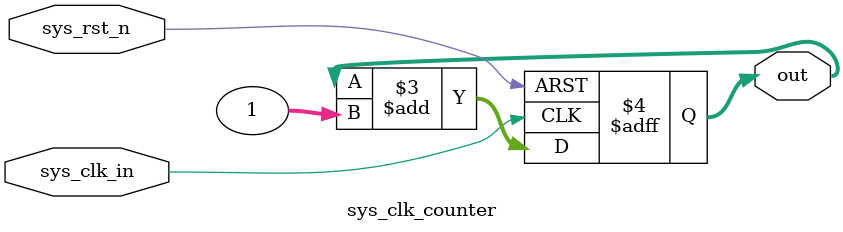
<source format=v>



module sys_clk_counter(
input sys_rst_n,
input sys_clk_in,
output reg [31:0] out
);
always @ (posedge sys_clk_in or negedge sys_rst_n)
begin
    if(!sys_rst_n)
        out<=0;
        else
        out<=out+1;
    end
endmodule 
</source>
